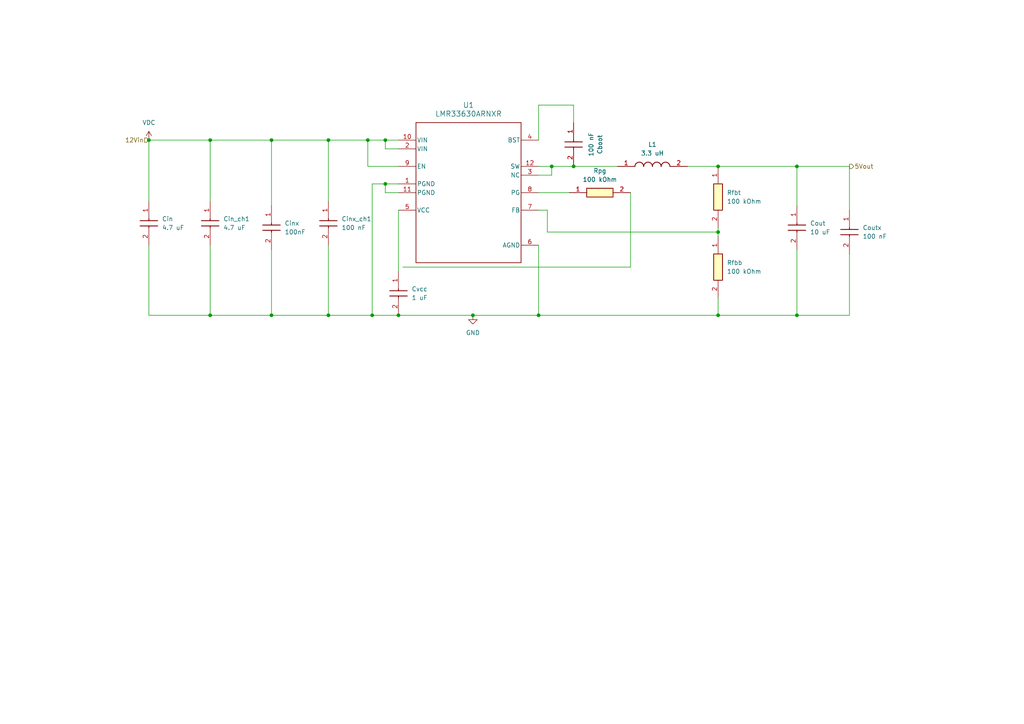
<source format=kicad_sch>
(kicad_sch (version 20250114) (generator "eeschema") (generator_version "9.0")
  (paper "A4")
  (title_block (title "Tensor Labs") (date "2025-11-14") (rev "A"))
  (lib_symbols
    (symbol "C0805C106K8PACTU_1" (pin_names (hide yes))
      (property "Reference" "C" (at 8.89 6.35 0))
      (property "Value" "C0805C106K8PACTU" (at 8.89 3.81 0))
      (symbol "C0805C106K8PACTU_1_1_1"
        (polyline (pts (xy 5.08 0) (xy 5.588 0)) (stroke (width 0.254)))
        (polyline (pts (xy 5.588 2.54) (xy 5.588 -2.54)) (stroke (width 0.254)))
        (polyline (pts (xy 7.112 2.54) (xy 7.112 -2.54)) (stroke (width 0.254)))
        (polyline (pts (xy 7.112 0) (xy 7.62 0)) (stroke (width 0.254)))
        (pin passive line (at 0 0 0) (length 5.08) (name "1") (number "1"))
        (pin passive line (at 12.7 0 180) (length 5.08) (name "2") (number "2"))
      )
    )
    (symbol "Capacitors:C0603C105K8PACTU" (pin_names (hide yes))
      (property "Reference" "C" (at 8.89 6.35 0))
      (property "Value" "C0603C105K8PACTU" (at 8.89 3.81 0))
      (symbol "C0603C105K8PACTU_1_1"
        (polyline (pts (xy 5.08 0) (xy 5.588 0)) (stroke (width 0.254)))
        (polyline (pts (xy 5.588 2.54) (xy 5.588 -2.54)) (stroke (width 0.254)))
        (polyline (pts (xy 7.112 2.54) (xy 7.112 -2.54)) (stroke (width 0.254)))
        (polyline (pts (xy 7.112 0) (xy 7.62 0)) (stroke (width 0.254)))
        (pin passive line (at 0 0 0) (length 5.08) (name "1") (number "1"))
        (pin passive line (at 12.7 0 180) (length 5.08) (name "2") (number "2"))
      )
    )
    (symbol "Capacitors:C0805C106K8PACTU" (pin_names (hide yes)))
    (symbol "Capacitors:CGA3E2X7R1H104K080AA" (pin_names (hide yes))
      (property "Reference" "C" (at 8.89 6.35 0))
      (property "Value" "CGA3E2X7R1H104K080AA" (at 8.89 3.81 0))
      (symbol "CGA3E2X7R1H104K080AA_1_1"
        (polyline (pts (xy 5.08 0) (xy 5.588 0)) (stroke (width 0.254)))
        (polyline (pts (xy 5.588 2.54) (xy 5.588 -2.54)) (stroke (width 0.254)))
        (polyline (pts (xy 7.112 2.54) (xy 7.112 -2.54)) (stroke (width 0.254)))
        (polyline (pts (xy 7.112 0) (xy 7.62 0)) (stroke (width 0.254)))
        (pin passive line (at 0 0 0) (length 5.08) (name "1") (number "1"))
        (pin passive line (at 12.7 0 180) (length 5.08) (name "2") (number "2"))
      )
    )
    (symbol "Capacitors:GRM155R71C104KA88D" (pin_names (hide yes))
      (property "Reference" "C" (at 8.89 6.35 0))
      (property "Value" "GRM155R71C104KA88D" (at 8.89 3.81 0))
      (symbol "GRM155R71C104KA88D_1_1"
        (polyline (pts (xy 5.08 0) (xy 5.588 0)) (stroke (width 0.254)))
        (polyline (pts (xy 5.588 2.54) (xy 5.588 -2.54)) (stroke (width 0.254)))
        (polyline (pts (xy 7.112 2.54) (xy 7.112 -2.54)) (stroke (width 0.254)))
        (polyline (pts (xy 7.112 0) (xy 7.62 0)) (stroke (width 0.254)))
        (pin passive line (at 0 0 0) (length 5.08) (name "1") (number "1"))
        (pin passive line (at 12.7 0 180) (length 5.08) (name "2") (number "2"))
      )
    )
    (symbol "Capacitors:GRM188R72A104KA35D" (pin_names (hide yes))
      (property "Reference" "C" (at 8.89 6.35 0))
      (property "Value" "GRM188R72A104KA35D" (at 8.89 3.81 0))
      (symbol "GRM188R72A104KA35D_1_1"
        (polyline (pts (xy 5.08 0) (xy 5.588 0)) (stroke (width 0.254)))
        (polyline (pts (xy 5.588 2.54) (xy 5.588 -2.54)) (stroke (width 0.254)))
        (polyline (pts (xy 7.112 2.54) (xy 7.112 -2.54)) (stroke (width 0.254)))
        (polyline (pts (xy 7.112 0) (xy 7.62 0)) (stroke (width 0.254)))
        (pin passive line (at 0 0 0) (length 5.08) (name "1") (number "1"))
        (pin passive line (at 12.7 0 180) (length 5.08) (name "2") (number "2"))
      )
    )
    (symbol "Capacitors:GRM31CR71H475KA12L" (pin_names (hide yes))
      (property "Reference" "C" (at 8.89 6.35 0))
      (property "Value" "GRM31CR71H475KA12L" (at 8.89 3.81 0))
      (symbol "GRM31CR71H475KA12L_1_1"
        (polyline (pts (xy 5.08 0) (xy 5.588 0)) (stroke (width 0.254)))
        (polyline (pts (xy 5.588 2.54) (xy 5.588 -2.54)) (stroke (width 0.254)))
        (polyline (pts (xy 7.112 2.54) (xy 7.112 -2.54)) (stroke (width 0.254)))
        (polyline (pts (xy 7.112 0) (xy 7.62 0)) (stroke (width 0.254)))
        (pin passive line (at 0 0 0) (length 5.08) (name "1") (number "1"))
        (pin passive line (at 12.7 0 180) (length 5.08) (name "2") (number "2"))
      )
    )
    (symbol "Inductors:SRN8040-3R3Y" (pin_names (hide yes))
      (property "Reference" "L" (at 16.51 6.35 0))
      (property "Value" "SRN8040-3R3Y" (at 16.51 3.81 0))
      (symbol "SRN8040-3R3Y_1_1"
        (arc (start 5.08 0) (mid 6.35 1.219) (end 7.62 0) (stroke (width 0.254)))
        (arc (start 7.62 0) (mid 8.89 1.219) (end 10.16 0) (stroke (width 0.254)))
        (arc (start 10.16 0) (mid 11.43 1.219) (end 12.7 0) (stroke (width 0.254)))
        (arc (start 12.7 0) (mid 13.97 1.219) (end 15.24 0) (stroke (width 0.254)))
        (pin passive line (at 0 0 0) (length 5.08) (name "1") (number "1"))
        (pin passive line (at 20.32 0 180) (length 5.08) (name "2") (number "2"))
      )
    )
    (symbol "PowerICs:LMR33630ARNXR" (pin_names (offset 0.254))
      (property "Reference" "U" (at 0 2.54 0))
      (property "Value" "LMR33630ARNXR" (at 0 0 0))
      (symbol "LMR33630ARNXR_0_1"
        (polyline (pts (xy -15.24 20.32) (xy -15.24 -20.32)) (stroke (width 0.2032)))
        (polyline (pts (xy -15.24 -20.32) (xy 15.24 -20.32)) (stroke (width 0.2032)))
        (polyline (pts (xy 15.24 20.32) (xy -15.24 20.32)) (stroke (width 0.2032)))
        (polyline (pts (xy 15.24 -20.32) (xy 15.24 20.32)) (stroke (width 0.2032)))
        (pin power_in line (at -20.32 15.24 0) (length 5.08) (name "VIN") (number "10"))
        (pin power_in line (at -20.32 12.7 0) (length 5.08) (name "VIN") (number "2"))
        (pin input line (at -20.32 7.62 0) (length 5.08) (name "EN") (number "9"))
        (pin power_in line (at -20.32 2.54 0) (length 5.08) (name "PGND") (number "1"))
        (pin power_in line (at -20.32 0 0) (length 5.08) (name "PGND") (number "11"))
        (pin power_in line (at -20.32 -5.08 0) (length 5.08) (name "VCC") (number "5"))
        (pin unspecified line (at 20.32 15.24 180) (length 5.08) (name "BST") (number "4"))
        (pin power_in line (at 20.32 7.62 180) (length 5.08) (name "SW") (number "12"))
        (pin unspecified line (at 20.32 5.08 180) (length 5.08) (name "NC") (number "3"))
        (pin open_collector line (at 20.32 0 180) (length 5.08) (name "PG") (number "8"))
        (pin input line (at 20.32 -5.08 180) (length 5.08) (name "FB") (number "7"))
        (pin power_in line (at 20.32 -15.24 180) (length 5.08) (name "AGND") (number "6"))
      )
    )
    (symbol "Resistors:CRCW0402100KFKED" (pin_names (hide yes))
      (property "Reference" "R" (at 13.97 6.35 0))
      (property "Value" "CRCW0402100KFKED" (at 13.97 3.81 0))
      (symbol "CRCW0402100KFKED_1_1"
        (rectangle (start 5.08 1.27) (end 12.7 -1.27) (stroke (width 0.254)) (fill (type background)))
        (pin passive line (at 0 0 0) (length 5.08) (name "1") (number "1"))
        (pin passive line (at 17.78 0 180) (length 5.08) (name "2") (number "2"))
      )
    )
    (symbol "Resistors:RC0603FR-0724K9L" (pin_names (hide yes))
      (property "Reference" "R" (at 13.97 6.35 0))
      (property "Value" "RC0603FR-0724K9L" (at 13.97 3.81 0))
      (symbol "RC0603FR-0724K9L_1_1"
        (rectangle (start 5.08 1.27) (end 12.7 -1.27) (stroke (width 0.254)) (fill (type background)))
        (pin passive line (at 0 0 0) (length 5.08) (name "1") (number "1"))
        (pin passive line (at 17.78 0 180) (length 5.08) (name "2") (number "2"))
      )
    )
    (symbol "power:GND" (power) (pin_numbers (hide yes)) (pin_names (offset 0) (hide yes))
      (property "Value" "GND" (at 0 -3.81 0))
      (symbol "GND_0_1"
        (polyline (pts (xy 0 0) (xy 0 -1.27) (xy 1.27 -1.27) (xy 0 -2.54) (xy -1.27 -1.27) (xy 0 -1.27)))
      )
      (symbol "GND_1_1"
        (pin power_in line (at 0 0 270) (length 0) (name "~") (number "1"))
      )
    )
    (symbol "power:VDC" (power) (pin_numbers (hide yes)) (pin_names (offset 0) (hide yes))
      (property "Value" "VDC" (at 0 3.556 0))
      (symbol "VDC_0_1"
        (polyline (pts (xy -0.762 1.27) (xy 0 2.54)))
        (polyline (pts (xy 0 2.54) (xy 0.762 1.27)))
        (polyline (pts (xy 0 0) (xy 0 2.54)))
      )
      (symbol "VDC_1_1"
        (pin power_in line (at 0 0 90) (length 0) (name "~") (number "1"))
      )
    )
  )
  (junction (at 115.57 91.44))
  (junction (at 231.14 48.26))
  (junction (at 137.16 91.44))
  (junction (at 208.28 67.31))
  (junction (at 160.02 48.26))
  (junction (at 156.21 91.44))
  (junction (at 95.25 91.44))
  (junction (at 166.37 48.26))
  (junction (at 95.25 40.64))
  (junction (at 208.28 91.44))
  (junction (at 60.96 40.64))
  (junction (at 106.68 40.64))
  (junction (at 60.96 91.44))
  (junction (at 78.74 91.44))
  (junction (at 111.76 53.34))
  (junction (at 111.76 40.64))
  (junction (at 231.14 91.44))
  (junction (at 208.28 48.26))
  (junction (at 107.95 91.44))
  (junction (at 78.74 40.64))
  (junction (at 43.18 40.64))
  (wire (pts (xy 156.21 30.48) (xy 166.37 30.48)))
  (wire (pts (xy 231.14 72.39) (xy 231.14 91.44)))
  (wire (pts (xy 231.14 91.44) (xy 246.38 91.44)))
  (wire (pts (xy 78.74 91.44) (xy 60.96 91.44)))
  (wire (pts (xy 231.14 48.26) (xy 231.14 59.69)))
  (wire (pts (xy 107.95 53.34) (xy 107.95 91.44)))
  (wire (pts (xy 208.28 91.44) (xy 208.28 86.36)))
  (wire (pts (xy 156.21 71.12) (xy 156.21 91.44)))
  (wire (pts (xy 111.76 43.18) (xy 111.76 40.64)))
  (wire (pts (xy 231.14 91.44) (xy 208.28 91.44)))
  (wire (pts (xy 156.21 40.64) (xy 156.21 30.48)))
  (wire (pts (xy 158.75 60.96) (xy 158.75 67.31)))
  (wire (pts (xy 60.96 40.64) (xy 78.74 40.64)))
  (wire (pts (xy 156.21 50.8) (xy 160.02 50.8)))
  (wire (pts (xy 246.38 91.44) (xy 246.38 73.66)))
  (wire (pts (xy 78.74 72.39) (xy 78.74 91.44)))
  (wire (pts (xy 106.68 48.26) (xy 106.68 40.64)))
  (wire (pts (xy 43.18 40.64) (xy 60.96 40.64)))
  (wire (pts (xy 208.28 66.04) (xy 208.28 67.31)))
  (wire (pts (xy 60.96 71.12) (xy 60.96 91.44)))
  (wire (pts (xy 43.18 71.12) (xy 43.18 91.44)))
  (wire (pts (xy 115.57 91.44) (xy 107.95 91.44)))
  (wire (pts (xy 208.28 67.31) (xy 208.28 68.58)))
  (wire (pts (xy 158.75 67.31) (xy 208.28 67.31)))
  (wire (pts (xy 60.96 40.64) (xy 60.96 58.42)))
  (wire (pts (xy 111.76 40.64) (xy 115.57 40.64)))
  (wire (pts (xy 111.76 53.34) (xy 107.95 53.34)))
  (wire (pts (xy 115.57 48.26) (xy 106.68 48.26)))
  (wire (pts (xy 246.38 48.26) (xy 231.14 48.26)))
  (wire (pts (xy 156.21 48.26) (xy 160.02 48.26)))
  (wire (pts (xy 106.68 40.64) (xy 111.76 40.64)))
  (wire (pts (xy 115.57 53.34) (xy 111.76 53.34)))
  (wire (pts (xy 95.25 71.12) (xy 95.25 91.44)))
  (wire (pts (xy 156.21 60.96) (xy 158.75 60.96)))
  (wire (pts (xy 166.37 30.48) (xy 166.37 35.56)))
  (wire (pts (xy 115.57 91.44) (xy 137.16 91.44)))
  (wire (pts (xy 78.74 40.64) (xy 95.25 40.64)))
  (wire (pts (xy 95.25 40.64) (xy 106.68 40.64)))
  (wire (pts (xy 116.84 77.47) (xy 182.88 77.47)))
  (wire (pts (xy 95.25 91.44) (xy 78.74 91.44)))
  (wire (pts (xy 156.21 55.88) (xy 165.1 55.88)))
  (wire (pts (xy 137.16 91.44) (xy 156.21 91.44)))
  (wire (pts (xy 199.39 48.26) (xy 208.28 48.26)))
  (wire (pts (xy 182.88 77.47) (xy 182.88 55.88)))
  (wire (pts (xy 166.37 48.26) (xy 179.07 48.26)))
  (wire (pts (xy 43.18 91.44) (xy 60.96 91.44)))
  (wire (pts (xy 107.95 91.44) (xy 95.25 91.44)))
  (wire (pts (xy 208.28 48.26) (xy 231.14 48.26)))
  (wire (pts (xy 78.74 40.64) (xy 78.74 59.69)))
  (wire (pts (xy 246.38 60.96) (xy 246.38 48.26)))
  (wire (pts (xy 111.76 55.88) (xy 111.76 53.34)))
  (wire (pts (xy 115.57 60.96) (xy 115.57 78.74)))
  (wire (pts (xy 95.25 40.64) (xy 95.25 58.42)))
  (wire (pts (xy 115.57 55.88) (xy 111.76 55.88)))
  (wire (pts (xy 156.21 91.44) (xy 208.28 91.44)))
  (wire (pts (xy 115.57 43.18) (xy 111.76 43.18)))
  (wire (pts (xy 160.02 48.26) (xy 166.37 48.26)))
  (wire (pts (xy 160.02 48.26) (xy 160.02 50.8)))
  (wire (pts (xy 43.18 58.42) (xy 43.18 40.64)))
  (hierarchical_label "5Vout" (shape output) (at 246.38 48.26 0))
  (hierarchical_label "12Vin" (shape input) (at 43.18 40.64 180))
  (symbol (lib_id "Resistors:RC0603FR-0724K9L") (at 208.28 68.58 270) (unit 1)
    (property "Reference" "Rfbb" (at 210.82 76.1999 90) (effects (justify left)))
    (property "Value" "100 kOhm" (at 210.82 78.7399 90) (effects (justify left)))
    (property "Footprint" "Resistors:RESC1608X55N" (effects (hide yes)))
    (property "Datasheet" "https://componentsearchengine.com/Datasheets/2/RC0603FR-0724K9L.pdf" (effects (hide yes)))
    (property "Description" "YAGEO - RC0603FR-0724K9L - SMD Chip Resistor, 24.9 kohm, +/- 1%, 100 mW, 0603 [1608 Metric], Thick Film, General Purpose" (effects (hide yes)))
    (property "Height" "0.55" (effects (hide yes)))
    (property "Manufacturer_Name" "YAGEO" (effects (hide yes)))
    (property "Manufacturer_Part_Number" "RC0603FR-0724K9L" (effects (hide yes)))
    (property "Mouser Part Number" "603-RC0603FR-0724K9L" (effects (hide yes)))
    (property "Mouser Price/Stock" "https://www.mouser.co.uk/ProductDetail/YAGEO/RC0603FR-0724K9L?qs=diQw95jMAeOCjvc8VIQQfA%3D%3D" (effects (hide yes)))
  )
  (symbol (lib_id "Resistors:CRCW0402100KFKED") (at 208.28 48.26 270) (unit 1)
    (property "Reference" "Rfbt" (at 210.82 55.8799 90) (effects (justify left)))
    (property "Value" "100 kOhm" (at 210.82 58.4199 90) (effects (justify left)))
    (property "Footprint" "CRCW0402200KFKED" (effects (hide yes)))
    (property "Datasheet" "http://www.vishay.com/docs/20035/dcrcwe3.pdf" (effects (hide yes)))
    (property "Description" "CRCW0402 Resistor T/R 0.063W,1%,100K Vishay CRCW Series Thick Film Surface Mount Resistor 0402 Case 100k +/-1% 0.063W +/-100ppm/C" (effects (hide yes)))
    (property "Height" "0.4" (effects (hide yes)))
    (property "Manufacturer_Name" "Vishay" (effects (hide yes)))
    (property "Manufacturer_Part_Number" "CRCW0402100KFKED" (effects (hide yes)))
    (property "Mouser Part Number" "71-CRCW0402-100K-E3" (effects (hide yes)))
    (property "Mouser Price/Stock" "https://www.mouser.co.uk/ProductDetail/Vishay-Dale/CRCW0402100KFKED?qs=OlqPY1CiralZGKRwQ4Glcg%3D%3D" (effects (hide yes)))
    (property "Arrow Part Number" "CRCW0402100KFKED" (effects (hide yes)))
    (property "Arrow Price/Stock" "https://www.arrow.com/en/products/crcw0402100kfked/vishay?utm_currency=USD&region=nac" (effects (hide yes)))
  )
  (symbol (lib_id "Capacitors:GRM188R72A104KA35D") (at 78.74 59.69 270) (unit 1)
    (property "Reference" "Cinx" (at 82.55 64.7699 90) (effects (justify left)))
    (property "Value" "100nF" (at 82.55 67.3099 90) (effects (justify left)))
    (property "Footprint" "Capacitors:GRM18x" (effects (hide yes)))
    (property "Datasheet" "https://search.murata.co.jp/Ceramy/image/img/A01X/G101/ENG/GRM188R72A104KA35-01A.pdf" (effects (hide yes)))
    (property "Description" "MLCC, 0603" (effects (hide yes)))
    (property "Height" "0.9" (effects (hide yes)))
    (property "Manufacturer_Name" "Murata Electronics" (effects (hide yes)))
    (property "Manufacturer_Part_Number" "GRM188R72A104KA35D" (effects (hide yes)))
    (property "Mouser Part Number" "81-GRM188R72A104KA35" (effects (hide yes)))
    (property "Mouser Price/Stock" "https://www.mouser.co.uk/ProductDetail/Murata-Electronics/GRM188R72A104KA35D?qs=P%252BBA3F6RM%2F5aaC9LFKRzYw%3D%3D" (effects (hide yes)))
    (property "Arrow Part Number" "GRM188R72A104KA35D" (effects (hide yes)))
    (property "Arrow Price/Stock" "https://www.arrow.com/en/products/grm188r72a104ka35d/murata-manufacturing?utm_currency=USD&region=nac" (effects (hide yes)))
  )
  (symbol (lib_id "power:GND") (at 137.16 91.44 0) (unit 1)
    (property "Reference" "#PWR01" (effects (hide yes)))
    (property "Value" "GND" (at 137.16 96.52 0))
    (property "Description" "Power symbol creates a global label with name \"GND\" , ground" (effects (hide yes)))
  )
  (symbol (lib_id "Capacitors:GRM31CR71H475KA12L") (at 43.18 58.42 270) (unit 1)
    (property "Reference" "Cin" (at 46.99 63.4999 90) (effects (justify left)))
    (property "Value" "4.7 uF" (at 46.99 66.0399 90) (effects (justify left)))
    (property "Footprint" "Capacitors:CAPC3216X180N" (effects (hide yes)))
    (property "Datasheet" "https://search.murata.co.jp/Ceramy/image/img/A01X/G101/ENG/GRM31CR71H475KA12-01A.pdf" (effects (hide yes)))
    (property "Description" "MURATA - GRM31CR71H475KA12L - CAP, MLCC, X7R, 4.7UF, 50V, 1206" (effects (hide yes)))
    (property "Height" "1.8" (effects (hide yes)))
    (property "Manufacturer_Name" "Murata Electronics" (effects (hide yes)))
    (property "Manufacturer_Part_Number" "GRM31CR71H475KA12L" (effects (hide yes)))
    (property "Mouser Part Number" "81-GRM31CR71H475KA2L" (effects (hide yes)))
    (property "Mouser Price/Stock" "https://www.mouser.co.uk/ProductDetail/Murata-Electronics/GRM31CR71H475KA12L?qs=QOxk%252BkhTc6I%252BVQUsJuOHog%3D%3D" (effects (hide yes)))
    (property "Arrow Part Number" "GRM31CR71H475KA12L" (effects (hide yes)))
    (property "Arrow Price/Stock" "https://www.arrow.com/en/products/grm31cr71h475ka12l/murata-manufacturing?utm_currency=USD&region=nac" (effects (hide yes)))
  )
  (symbol (lib_name "C0805C106K8PACTU_1") (lib_id "Capacitors:C0805C106K8PACTU") (at 231.14 59.69 270) (unit 1)
    (property "Reference" "Cout" (at 234.95 64.7699 90) (effects (justify left)))
    (property "Value" "10 uF" (at 234.95 67.3099 90) (effects (justify left)))
    (property "Footprint" "Capacitors:C0805" (effects (hide yes)))
    (property "Datasheet" "https://content.kemet.com/datasheets/KEM_C1006_X5R_SMD.pdf" (effects (hide yes)))
    (property "Description" "SMD Comm X5R, Ceramic, 10 uF, 10%, 10 VDC, 25 VDC, 85C, -55C, X5R, SMD, MLCC, Temperature Stable, Class II, 10 % , 10 MOhms, 21 mg, 0805, 2mm, 1.25mm, 1.25mm, 0.75mm, 0.5mm, 3000, 78  Weeks, 70" (effects (hide yes)))
    (property "Height" "1.1" (effects (hide yes)))
    (property "Manufacturer_Name" "KEMET" (effects (hide yes)))
    (property "Manufacturer_Part_Number" "C0805C106K8PACTU" (effects (hide yes)))
    (property "Mouser Part Number" "80-C0805C106K8P" (effects (hide yes)))
    (property "Mouser Price/Stock" "https://www.mouser.co.uk/ProductDetail/KEMET/C0805C106K8PACTU?qs=Zpyg6gQUYs39C21BeavaKA%3D%3D" (effects (hide yes)))
    (property "Arrow Part Number" "C0805C106K8PACTU" (effects (hide yes)))
    (property "Arrow Price/Stock" "https://www.arrow.com/en/products/c0805c106k8pactu/kemet-corporation?utm_currency=USD&region=nac" (effects (hide yes)))
  )
  (symbol (lib_id "Capacitors:GRM31CR71H475KA12L") (at 60.96 58.42 270) (unit 1)
    (property "Reference" "Cin_ch1" (at 64.77 63.4999 90) (effects (justify left)))
    (property "Value" "4.7 uF" (at 64.77 66.0399 90) (effects (justify left)))
    (property "Footprint" "Capacitors:CAPC3216X180N" (effects (hide yes)))
    (property "Datasheet" "https://search.murata.co.jp/Ceramy/image/img/A01X/G101/ENG/GRM31CR71H475KA12-01A.pdf" (effects (hide yes)))
    (property "Description" "MURATA - GRM31CR71H475KA12L - CAP, MLCC, X7R, 4.7UF, 50V, 1206" (effects (hide yes)))
    (property "Height" "1.8" (effects (hide yes)))
    (property "Manufacturer_Name" "Murata Electronics" (effects (hide yes)))
    (property "Manufacturer_Part_Number" "GRM31CR71H475KA12L" (effects (hide yes)))
    (property "Mouser Part Number" "81-GRM31CR71H475KA2L" (effects (hide yes)))
    (property "Mouser Price/Stock" "https://www.mouser.co.uk/ProductDetail/Murata-Electronics/GRM31CR71H475KA12L?qs=QOxk%252BkhTc6I%252BVQUsJuOHog%3D%3D" (effects (hide yes)))
    (property "Arrow Part Number" "GRM31CR71H475KA12L" (effects (hide yes)))
    (property "Arrow Price/Stock" "https://www.arrow.com/en/products/grm31cr71h475ka12l/murata-manufacturing?utm_currency=USD&region=nac" (effects (hide yes)))
  )
  (symbol (lib_id "Capacitors:C0805C106K8PACTU") (at 232.41 107.95 0) (unit 1)
    (property "Reference" "C3" (effects (hide yes)))
    (property "Value" "C0805C106K8PACTU" (effects (hide yes)))
    (property "Footprint" "C0805" (effects (hide yes)))
    (property "Datasheet" "https://content.kemet.com/datasheets/KEM_C1006_X5R_SMD.pdf" (effects (hide yes)))
    (property "Description" "SMD Comm X5R, Ceramic, 10 uF, 10%, 10 VDC, 25 VDC, 85C, -55C, X5R, SMD, MLCC, Temperature Stable, Class II, 10 % , 10 MOhms, 21 mg, 0805, 2mm, 1.25mm, 1.25mm, 0.75mm, 0.5mm, 3000, 78  Weeks, 70" (effects (hide yes)))
    (property "Height" "1.1" (effects (hide yes)))
    (property "Manufacturer_Name" "KEMET" (effects (hide yes)))
    (property "Manufacturer_Part_Number" "C0805C106K8PACTU" (effects (hide yes)))
    (property "Mouser Part Number" "80-C0805C106K8P" (effects (hide yes)))
    (property "Mouser Price/Stock" "https://www.mouser.co.uk/ProductDetail/KEMET/C0805C106K8PACTU?qs=Zpyg6gQUYs39C21BeavaKA%3D%3D" (effects (hide yes)))
    (property "Arrow Part Number" "C0805C106K8PACTU" (effects (hide yes)))
    (property "Arrow Price/Stock" "https://www.arrow.com/en/products/c0805c106k8pactu/kemet-corporation?utm_currency=USD&region=nac" (effects (hide yes)))
  )
  (symbol (lib_id "PowerICs:LMR33630ARNXR") (at 135.89 55.88 0) (unit 1)
    (property "Reference" "U1" (at 135.89 30.48 0) (effects (font (size 1.524 1.524))))
    (property "Value" "LMR33630ARNXR" (at 135.89 33.02 0) (effects (font (size 1.524 1.524))))
    (property "Footprint" "PowerICs:LMR33630A" (effects (hide yes)))
    (property "Datasheet" "https://www.ti.com/lit/gpn/lmr33630" (effects (hide yes)))
  )
  (symbol (lib_id "power:VDC") (at 43.18 40.64 0) (unit 1)
    (property "Reference" "#PWR03" (effects (hide yes)))
    (property "Value" "VDC" (at 43.18 35.56 0))
    (property "Description" "Power symbol creates a global label with name \"VDC\"" (effects (hide yes)))
  )
  (symbol (lib_id "Capacitors:GRM188R72A104KA35D") (at 95.25 58.42 270) (unit 1)
    (property "Reference" "Cinx_ch1" (at 99.06 63.4999 90) (effects (justify left)))
    (property "Value" "100 nF" (at 99.06 66.0399 90) (effects (justify left)))
    (property "Footprint" "Capacitors:GRM18x" (effects (hide yes)))
    (property "Datasheet" "https://search.murata.co.jp/Ceramy/image/img/A01X/G101/ENG/GRM188R72A104KA35-01A.pdf" (effects (hide yes)))
    (property "Description" "MLCC, 0603" (effects (hide yes)))
    (property "Height" "0.9" (effects (hide yes)))
    (property "Manufacturer_Name" "Murata Electronics" (effects (hide yes)))
    (property "Manufacturer_Part_Number" "GRM188R72A104KA35D" (effects (hide yes)))
    (property "Mouser Part Number" "81-GRM188R72A104KA35" (effects (hide yes)))
    (property "Mouser Price/Stock" "https://www.mouser.co.uk/ProductDetail/Murata-Electronics/GRM188R72A104KA35D?qs=P%252BBA3F6RM%2F5aaC9LFKRzYw%3D%3D" (effects (hide yes)))
    (property "Arrow Part Number" "GRM188R72A104KA35D" (effects (hide yes)))
    (property "Arrow Price/Stock" "https://www.arrow.com/en/products/grm188r72a104ka35d/murata-manufacturing?utm_currency=USD&region=nac" (effects (hide yes)))
  )
  (symbol (lib_id "Capacitors:C0805C106K8PACTU") (at 241.3 120.65 0) (unit 1)
    (property "Reference" "C4" (effects (hide yes)))
    (property "Value" "C0805C106K8PACTU" (effects (hide yes)))
    (property "Footprint" "C0805" (effects (hide yes)))
    (property "Datasheet" "https://content.kemet.com/datasheets/KEM_C1006_X5R_SMD.pdf" (effects (hide yes)))
    (property "Description" "SMD Comm X5R, Ceramic, 10 uF, 10%, 10 VDC, 25 VDC, 85C, -55C, X5R, SMD, MLCC, Temperature Stable, Class II, 10 % , 10 MOhms, 21 mg, 0805, 2mm, 1.25mm, 1.25mm, 0.75mm, 0.5mm, 3000, 78  Weeks, 70" (effects (hide yes)))
    (property "Height" "1.1" (effects (hide yes)))
    (property "Manufacturer_Name" "KEMET" (effects (hide yes)))
    (property "Manufacturer_Part_Number" "C0805C106K8PACTU" (effects (hide yes)))
    (property "Mouser Part Number" "80-C0805C106K8P" (effects (hide yes)))
    (property "Mouser Price/Stock" "https://www.mouser.co.uk/ProductDetail/KEMET/C0805C106K8PACTU?qs=Zpyg6gQUYs39C21BeavaKA%3D%3D" (effects (hide yes)))
    (property "Arrow Part Number" "C0805C106K8PACTU" (effects (hide yes)))
    (property "Arrow Price/Stock" "https://www.arrow.com/en/products/c0805c106k8pactu/kemet-corporation?utm_currency=USD&region=nac" (effects (hide yes)))
  )
  (symbol (lib_id "Resistors:CRCW0402100KFKED") (at 165.1 55.88 0) (unit 1)
    (property "Reference" "Rpg" (at 173.99 49.53 0))
    (property "Value" "100 kOhm" (at 173.99 52.07 0))
    (property "Footprint" "CRCW0402200KFKED" (effects (hide yes)))
    (property "Datasheet" "http://www.vishay.com/docs/20035/dcrcwe3.pdf" (effects (hide yes)))
    (property "Description" "CRCW0402 Resistor T/R 0.063W,1%,100K Vishay CRCW Series Thick Film Surface Mount Resistor 0402 Case 100k +/-1% 0.063W +/-100ppm/C" (effects (hide yes)))
    (property "Height" "0.4" (effects (hide yes)))
    (property "Manufacturer_Name" "Vishay" (effects (hide yes)))
    (property "Manufacturer_Part_Number" "CRCW0402100KFKED" (effects (hide yes)))
    (property "Mouser Part Number" "71-CRCW0402-100K-E3" (effects (hide yes)))
    (property "Mouser Price/Stock" "https://www.mouser.co.uk/ProductDetail/Vishay-Dale/CRCW0402100KFKED?qs=OlqPY1CiralZGKRwQ4Glcg%3D%3D" (effects (hide yes)))
    (property "Arrow Part Number" "CRCW0402100KFKED" (effects (hide yes)))
    (property "Arrow Price/Stock" "https://www.arrow.com/en/products/crcw0402100kfked/vishay?utm_currency=USD&region=nac" (effects (hide yes)))
  )
  (symbol (lib_id "Capacitors:GRM155R71C104KA88D") (at 166.37 35.56 270) (unit 1)
    (property "Reference" "Cboot" (at 173.99 41.91 0))
    (property "Value" "100 nF" (at 171.45 41.91 0))
    (property "Footprint" "Capacitors:CAPC1005X70N" (effects (hide yes)))
    (property "Datasheet" "https://search.murata.co.jp/Ceramy/image/img/A01X/G101/ENG/GRM155R71C104KA88-01A.pdf" (effects (hide yes)))
    (property "Description" "Ceramic  SMT capacitor 100nF 16Vdc Murata 0402 GRM 100nF Ceramic Multilayer Capacitor, 16 V dc X7R Dielectric ??10%" (effects (hide yes)))
    (property "Height" "0.7" (effects (hide yes)))
    (property "Manufacturer_Name" "Murata Electronics" (effects (hide yes)))
    (property "Manufacturer_Part_Number" "GRM155R71C104KA88D" (effects (hide yes)))
    (property "Mouser Part Number" "N/A" (effects (hide yes)))
    (property "Arrow Part Number" "GRM155R71C104KA88D" (effects (hide yes)))
    (property "Arrow Price/Stock" "https://www.arrow.com/en/products/grm155r71c104ka88d/murata-manufacturing?utm_currency=USD&region=nac" (effects (hide yes)))
  )
  (symbol (lib_id "Capacitors:C0603C105K8PACTU") (at 115.57 78.74 270) (unit 1)
    (property "Reference" "Cvcc" (at 119.38 83.8199 90) (effects (justify left)))
    (property "Value" "1 uF" (at 119.38 86.3599 90) (effects (justify left)))
    (property "Footprint" "Capacitors:C0603" (effects (hide yes)))
    (property "Datasheet" "https://content.kemet.com/datasheets/KEM_C1006_X5R_SMD.pdf" (effects (hide yes)))
    (property "Description" "SMD Comm X5R, Ceramic, 1 uF, 10%, 10 VDC, 25 VDC, 85C, -55C, X5R, SMD, MLCC, Temperature Stable, Class II, 10 % , 100 MOhms, 6.5 mg, 0603, 1.6mm, 0.8mm, 0.8mm, 0.7mm, 0.35mm, 4000, 78  Weeks, 70" (effects (hide yes)))
    (property "Height" "0.87" (effects (hide yes)))
    (property "Manufacturer_Name" "KEMET" (effects (hide yes)))
    (property "Manufacturer_Part_Number" "C0603C105K8PACTU" (effects (hide yes)))
    (property "Mouser Part Number" "80-C0603C105K8P" (effects (hide yes)))
    (property "Mouser Price/Stock" "https://www.mouser.co.uk/ProductDetail/KEMET/C0603C105K8PACTU?qs=WeB8qxTbSWaetm26YMRPSw%3D%3D" (effects (hide yes)))
    (property "Arrow Part Number" "C0603C105K8PACTU" (effects (hide yes)))
    (property "Arrow Price/Stock" "https://www.arrow.com/en/products/c0603c105k8pactu/kemet-corporation?utm_currency=USD&region=nac" (effects (hide yes)))
  )
  (symbol (lib_id "Inductors:SRN8040-3R3Y") (at 179.07 48.26 0) (unit 1)
    (property "Reference" "L1" (at 189.23 41.91 0))
    (property "Value" "3.3 uH" (at 189.23 44.45 0))
    (property "Footprint" "Inductors:SRN8040-3R3Y" (effects (hide yes)))
    (property "Datasheet" "http://www.bourns.com/data/global/pdfs/SRN8040.pdf" (effects (hide yes)))
    (property "Description" "Power Inductor semi-shielded SMD 3.3uH Bourns SRN8040 Series Shielded Wire-wound SMD Inductor with a Ferrite Core, 3.3 uH +/-30% 5.6A Idc" (effects (hide yes)))
    (property "Manufacturer_Name" "Bourns" (effects (hide yes)))
    (property "Manufacturer_Part_Number" "SRN8040-3R3Y" (effects (hide yes)))
    (property "Mouser Part Number" "652-SRN8040-3R3Y" (effects (hide yes)))
    (property "Mouser Price/Stock" "https://www.mouser.co.uk/ProductDetail/Bourns/SRN8040-3R3Y?qs=opBjA1TV9010KZW9Pid7mg%3D%3D" (effects (hide yes)))
    (property "Arrow Part Number" "SRN8040-3R3Y" (effects (hide yes)))
    (property "Arrow Price/Stock" "https://www.arrow.com/en/products/srn8040-3r3y/bourns?utm_currency=USD&region=nac" (effects (hide yes)))
  )
  (symbol (lib_id "Capacitors:C0805C106K8PACTU") (at 220.98 96.52 0) (unit 1)
    (property "Reference" "C2" (effects (hide yes)))
    (property "Value" "C0805C106K8PACTU" (effects (hide yes)))
    (property "Footprint" "C0805" (effects (hide yes)))
    (property "Datasheet" "https://content.kemet.com/datasheets/KEM_C1006_X5R_SMD.pdf" (effects (hide yes)))
    (property "Description" "SMD Comm X5R, Ceramic, 10 uF, 10%, 10 VDC, 25 VDC, 85C, -55C, X5R, SMD, MLCC, Temperature Stable, Class II, 10 % , 10 MOhms, 21 mg, 0805, 2mm, 1.25mm, 1.25mm, 0.75mm, 0.5mm, 3000, 78  Weeks, 70" (effects (hide yes)))
    (property "Height" "1.1" (effects (hide yes)))
    (property "Manufacturer_Name" "KEMET" (effects (hide yes)))
    (property "Manufacturer_Part_Number" "C0805C106K8PACTU" (effects (hide yes)))
    (property "Mouser Part Number" "80-C0805C106K8P" (effects (hide yes)))
    (property "Mouser Price/Stock" "https://www.mouser.co.uk/ProductDetail/KEMET/C0805C106K8PACTU?qs=Zpyg6gQUYs39C21BeavaKA%3D%3D" (effects (hide yes)))
    (property "Arrow Part Number" "C0805C106K8PACTU" (effects (hide yes)))
    (property "Arrow Price/Stock" "https://www.arrow.com/en/products/c0805c106k8pactu/kemet-corporation?utm_currency=USD&region=nac" (effects (hide yes)))
  )
  (symbol (lib_id "Capacitors:CGA3E2X7R1H104K080AA") (at 246.38 60.96 270) (unit 1)
    (property "Reference" "Coutx" (at 250.19 66.0399 90) (effects (justify left)))
    (property "Value" "100 nF" (at 250.19 68.5799 90) (effects (justify left)))
    (property "Footprint" "Capacitors:CAPC1608X90N" (effects (hide yes)))
    (property "Datasheet" "http://docs-europe.electrocomponents.com/webdocs/14e9/0900766b814e9125.pdf" (effects (hide yes)))
    (property "Description" "Multilayer Ceramic Chip Capacitors, Capacitance=0.1uF, LxWxT:1.6x0.8x0.8mm" (effects (hide yes)))
    (property "Height" "0.9" (effects (hide yes)))
    (property "Manufacturer_Name" "TDK" (effects (hide yes)))
    (property "Manufacturer_Part_Number" "CGA3E2X7R1H104K080AA" (effects (hide yes)))
    (property "Mouser Part Number" "810-CGA3E2X7R1H104K" (effects (hide yes)))
    (property "Mouser Price/Stock" "https://www.mouser.co.uk/ProductDetail/TDK/CGA3E2X7R1H104K080AA?qs=NRhsANhppD%2Fge2a869G9Fg%3D%3D" (effects (hide yes)))
    (property "Arrow Part Number" "CGA3E2X7R1H104K080AA" (effects (hide yes)))
    (property "Arrow Price/Stock" "https://www.arrow.com/en/products/cga3e2x7r1h104k080aa/tdk?utm_currency=USD&region=europe" (effects (hide yes)))
  )
)
</source>
